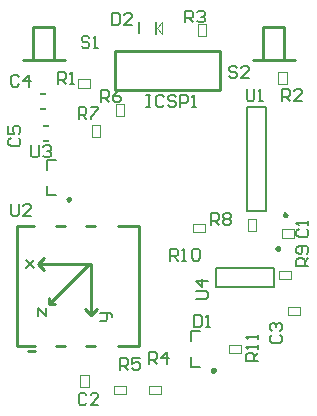
<source format=gto>
%FSTAX23Y23*%
%MOIN*%
%SFA1B1*%

%IPPOS*%
%ADD20C,0.010000*%
%ADD27C,0.009840*%
%ADD28C,0.003940*%
%ADD29C,0.007870*%
%ADD30C,0.006000*%
%ADD31R,0.020000X0.010000*%
%LNsensorrig-1*%
%LPD*%
G54D20*
X-00224Y-00475D02*
Y-00305D01*
X-00244Y-00455D02*
X-00224Y-00475D01*
X-00229Y-00305D02*
X-00224D01*
X-00364Y-0044D02*
X-00359Y-00435D01*
X-00364Y-0044D02*
X-00344D01*
X-00364D02*
Y-0042D01*
X-00359Y-00435D02*
X-00229Y-00305D01*
X-00399D02*
X-00379Y-00285D01*
X-00399Y-00305D02*
X-00379Y-00325D01*
X-00224Y-00475D02*
X-00204Y-00455D01*
X-00399Y-00305D02*
X-00224D01*
X-00339Y-0058D02*
X-00309D01*
X-00469D02*
Y-0045D01*
Y-0031D02*
Y-0018D01*
X-00064Y-0058D02*
Y-0018D01*
X-00469Y-0045D02*
Y-0031D01*
Y-0058D02*
X-00409D01*
X-00134D02*
X-00064D01*
X-00339Y-0018D02*
X-00309D01*
X-00134D02*
X-00064D01*
X-00239D02*
X-00209D01*
X-00239Y-0058D02*
X-00209D01*
X-00439D02*
X-00429D01*
X-00434Y-00595D02*
X-00409D01*
X-00399Y-00305D02*
X-00224D01*
Y-00475D02*
X-00204Y-00455D01*
X-00399Y-00305D02*
X-00379Y-00325D01*
X-00399Y-00305D02*
X-00379Y-00285D01*
X-00359Y-00435D02*
X-00229Y-00305D01*
X-00364Y-0044D02*
Y-0042D01*
Y-0044D02*
X-00344D01*
X-00364D02*
X-00359Y-00435D01*
X-00229Y-00305D02*
X-00224D01*
Y-00475D02*
Y-00305D01*
X-00244Y-00455D02*
X-00224Y-00475D01*
X-00469Y-0018D02*
X-00414D01*
X-00143Y00404D02*
X00206D01*
X-00143Y00274D02*
X00206D01*
X-00143D02*
Y00404D01*
X00206Y00274D02*
Y00404D01*
X-00449Y00375D02*
X-00312D01*
X-00346D02*
Y00482D01*
X-00416D02*
X-00346D01*
X-00416Y00375D02*
Y00482D01*
X00351Y00375D02*
Y00482D01*
X00421*
Y00375D02*
Y00482D01*
X00317Y00375D02*
X00455D01*
G54D27*
X00428Y-00143D02*
D01*
X00428Y-00143*
X00428Y-00143*
X00428Y-00142*
X00427Y-00142*
X00427Y-00142*
X00427Y-00141*
X00427Y-00141*
X00427Y-00141*
X00427Y-0014*
X00426Y-0014*
X00426Y-0014*
X00426Y-0014*
X00426Y-00139*
X00425Y-00139*
X00425Y-00139*
X00425Y-00139*
X00425Y-00139*
X00424Y-00139*
X00424Y-00138*
X00424Y-00138*
X00423Y-00138*
X00423Y-00138*
X00423*
X00422Y-00138*
X00422Y-00138*
X00422Y-00138*
X00421Y-00139*
X00421Y-00139*
X00421Y-00139*
X0042Y-00139*
X0042Y-00139*
X0042Y-00139*
X00419Y-0014*
X00419Y-0014*
X00419Y-0014*
X00419Y-0014*
X00419Y-00141*
X00418Y-00141*
X00418Y-00141*
X00418Y-00142*
X00418Y-00142*
X00418Y-00142*
X00418Y-00143*
X00418Y-00143*
X00418Y-00143*
X00418Y-00144*
X00418Y-00144*
X00418Y-00144*
X00418Y-00145*
X00418Y-00145*
X00418Y-00145*
X00418Y-00146*
X00419Y-00146*
X00419Y-00146*
X00419Y-00146*
X00419Y-00147*
X00419Y-00147*
X0042Y-00147*
X0042Y-00147*
X0042Y-00147*
X00421Y-00148*
X00421Y-00148*
X00421Y-00148*
X00422Y-00148*
X00422Y-00148*
X00422Y-00148*
X00423Y-00148*
X00423*
X00423Y-00148*
X00424Y-00148*
X00424Y-00148*
X00424Y-00148*
X00425Y-00148*
X00425Y-00148*
X00425Y-00147*
X00425Y-00147*
X00426Y-00147*
X00426Y-00147*
X00426Y-00147*
X00426Y-00146*
X00427Y-00146*
X00427Y-00146*
X00427Y-00146*
X00427Y-00145*
X00427Y-00145*
X00427Y-00145*
X00428Y-00144*
X00428Y-00144*
X00428Y-00144*
X00428Y-00143*
X-00293Y-0009D02*
D01*
X-00293Y-0009*
X-00293Y-00089*
X-00293Y-00089*
X-00293Y-00089*
X-00293Y-00088*
X-00293Y-00088*
X-00293Y-00088*
X-00294Y-00087*
X-00294Y-00087*
X-00294Y-00087*
X-00294Y-00087*
X-00294Y-00086*
X-00295Y-00086*
X-00295Y-00086*
X-00295Y-00086*
X-00296Y-00086*
X-00296Y-00085*
X-00296Y-00085*
X-00297Y-00085*
X-00297Y-00085*
X-00297Y-00085*
X-00298Y-00085*
X-00298*
X-00298Y-00085*
X-00299Y-00085*
X-00299Y-00085*
X-00299Y-00085*
X-003Y-00085*
X-003Y-00086*
X-003Y-00086*
X-003Y-00086*
X-00301Y-00086*
X-00301Y-00086*
X-00301Y-00087*
X-00301Y-00087*
X-00302Y-00087*
X-00302Y-00087*
X-00302Y-00088*
X-00302Y-00088*
X-00302Y-00088*
X-00302Y-00089*
X-00303Y-00089*
X-00303Y-00089*
X-00303Y-0009*
X-00303Y-0009*
X-00303Y-0009*
X-00303Y-00091*
X-00303Y-00091*
X-00302Y-00091*
X-00302Y-00092*
X-00302Y-00092*
X-00302Y-00092*
X-00302Y-00093*
X-00302Y-00093*
X-00301Y-00093*
X-00301Y-00093*
X-00301Y-00094*
X-00301Y-00094*
X-003Y-00094*
X-003Y-00094*
X-003Y-00094*
X-003Y-00095*
X-00299Y-00095*
X-00299Y-00095*
X-00299Y-00095*
X-00298Y-00095*
X-00298Y-00095*
X-00298*
X-00297Y-00095*
X-00297Y-00095*
X-00297Y-00095*
X-00296Y-00095*
X-00296Y-00095*
X-00296Y-00094*
X-00295Y-00094*
X-00295Y-00094*
X-00295Y-00094*
X-00294Y-00094*
X-00294Y-00093*
X-00294Y-00093*
X-00294Y-00093*
X-00294Y-00093*
X-00293Y-00092*
X-00293Y-00092*
X-00293Y-00092*
X-00293Y-00091*
X-00293Y-00091*
X-00293Y-00091*
X-00293Y-0009*
X-00293Y-0009*
X00404Y-00255D02*
D01*
X00404Y-00255*
X00404Y-00255*
X00404Y-00254*
X00404Y-00254*
X00404Y-00254*
X00404Y-00253*
X00403Y-00253*
X00403Y-00253*
X00403Y-00253*
X00403Y-00252*
X00403Y-00252*
X00402Y-00252*
X00402Y-00252*
X00402Y-00251*
X00402Y-00251*
X00401Y-00251*
X00401Y-00251*
X00401Y-00251*
X004Y-00251*
X004Y-00251*
X004Y-00251*
X00399Y-0025*
X00399*
X00399Y-00251*
X00398Y-00251*
X00398Y-00251*
X00398Y-00251*
X00397Y-00251*
X00397Y-00251*
X00397Y-00251*
X00396Y-00251*
X00396Y-00252*
X00396Y-00252*
X00396Y-00252*
X00395Y-00252*
X00395Y-00253*
X00395Y-00253*
X00395Y-00253*
X00395Y-00253*
X00394Y-00254*
X00394Y-00254*
X00394Y-00254*
X00394Y-00255*
X00394Y-00255*
X00394Y-00255*
X00394Y-00256*
X00394Y-00256*
X00394Y-00256*
X00394Y-00257*
X00394Y-00257*
X00395Y-00257*
X00395Y-00258*
X00395Y-00258*
X00395Y-00258*
X00395Y-00259*
X00396Y-00259*
X00396Y-00259*
X00396Y-00259*
X00396Y-00259*
X00397Y-0026*
X00397Y-0026*
X00397Y-0026*
X00398Y-0026*
X00398Y-0026*
X00398Y-0026*
X00399Y-0026*
X00399Y-0026*
X00399*
X004Y-0026*
X004Y-0026*
X004Y-0026*
X00401Y-0026*
X00401Y-0026*
X00401Y-0026*
X00402Y-0026*
X00402Y-00259*
X00402Y-00259*
X00402Y-00259*
X00403Y-00259*
X00403Y-00259*
X00403Y-00258*
X00403Y-00258*
X00403Y-00258*
X00404Y-00257*
X00404Y-00257*
X00404Y-00257*
X00404Y-00256*
X00404Y-00256*
X00404Y-00256*
X00404Y-00255*
X00188Y-00661D02*
D01*
X00188Y-00661*
X00188Y-0066*
X00188Y-0066*
X00188Y-0066*
X00188Y-00659*
X00188Y-00659*
X00188Y-00659*
X00188Y-00658*
X00188Y-00658*
X00187Y-00658*
X00187Y-00658*
X00187Y-00657*
X00187Y-00657*
X00186Y-00657*
X00186Y-00657*
X00186Y-00656*
X00185Y-00656*
X00185Y-00656*
X00185Y-00656*
X00184Y-00656*
X00184Y-00656*
X00184Y-00656*
X00183*
X00183Y-00656*
X00183Y-00656*
X00182Y-00656*
X00182Y-00656*
X00182Y-00656*
X00181Y-00656*
X00181Y-00657*
X00181Y-00657*
X00181Y-00657*
X0018Y-00657*
X0018Y-00658*
X0018Y-00658*
X0018Y-00658*
X00179Y-00658*
X00179Y-00659*
X00179Y-00659*
X00179Y-00659*
X00179Y-0066*
X00179Y-0066*
X00179Y-0066*
X00179Y-00661*
X00179Y-00661*
X00179Y-00661*
X00179Y-00662*
X00179Y-00662*
X00179Y-00662*
X00179Y-00663*
X00179Y-00663*
X00179Y-00663*
X00179Y-00664*
X0018Y-00664*
X0018Y-00664*
X0018Y-00664*
X0018Y-00665*
X00181Y-00665*
X00181Y-00665*
X00181Y-00665*
X00181Y-00665*
X00182Y-00665*
X00182Y-00666*
X00182Y-00666*
X00183Y-00666*
X00183Y-00666*
X00183Y-00666*
X00184*
X00184Y-00666*
X00184Y-00666*
X00185Y-00666*
X00185Y-00666*
X00185Y-00665*
X00186Y-00665*
X00186Y-00665*
X00186Y-00665*
X00187Y-00665*
X00187Y-00665*
X00187Y-00664*
X00187Y-00664*
X00188Y-00664*
X00188Y-00664*
X00188Y-00663*
X00188Y-00663*
X00188Y-00663*
X00188Y-00662*
X00188Y-00662*
X00188Y-00662*
X00188Y-00661*
X00188Y-00661*
G54D28*
X-00029Y-00741D02*
Y-00713D01*
X0001Y-00741D02*
Y-00713D01*
X-00029Y-00741D02*
X0001D01*
X-00029Y-00713D02*
X0001D01*
X00401Y00335D02*
X00429D01*
X00401Y00295D02*
X00429D01*
X00401D02*
Y00335D01*
X00429Y00295D02*
Y00335D01*
X00132Y00452D02*
X0016D01*
X00132Y00492D02*
X0016D01*
Y00452D02*
Y00492D01*
X00132Y00452D02*
Y00492D01*
X-00004Y0048D02*
X00014Y005D01*
Y0046D02*
Y005D01*
X-00004Y00479D02*
X00014Y0046D01*
X-00006D02*
Y005D01*
X-00012Y0046D02*
Y005D01*
Y0046D02*
X-00006D01*
X-00012Y005D02*
X-00006D01*
X-00142Y00186D02*
X-00114D01*
X-00142Y00226D02*
X-00114D01*
Y00186D02*
Y00226D01*
X-00142Y00186D02*
Y00226D01*
X-00221Y00117D02*
X-00193D01*
X-00221Y00157D02*
X-00193D01*
Y00117D02*
Y00157D01*
X-00221Y00117D02*
Y00157D01*
X-00266Y00281D02*
Y0031D01*
X-00226Y00281D02*
Y0031D01*
X-00266Y00281D02*
X-00226D01*
X-00266Y0031D02*
X-00226D01*
X00299Y-00197D02*
X00327D01*
X00299Y-00157D02*
X00327D01*
Y-00197D02*
Y-00157D01*
X00299Y-00197D02*
Y-00157D01*
X00157Y-00201D02*
Y-00173D01*
X00117Y-00201D02*
Y-00173D01*
X00157*
X00117Y-00201D02*
X00157D01*
X00403Y-00357D02*
Y-00329D01*
X00443Y-00357D02*
Y-00329D01*
X00403Y-00357D02*
X00443D01*
X00403Y-00329D02*
X00443D01*
X00472Y-00477D02*
Y-00449D01*
X00432Y-00477D02*
Y-00449D01*
X00472*
X00432Y-00477D02*
X00472D01*
X00235Y-00603D02*
Y-00575D01*
X00275Y-00603D02*
Y-00575D01*
X00235Y-00603D02*
X00275D01*
X00235Y-00575D02*
X00275D01*
X-00259Y-00678D02*
X-00231D01*
X-00259Y-00718D02*
X-00231D01*
X-00259D02*
Y-00678D01*
X-00231Y-00718D02*
Y-00678D01*
X-00148Y-00741D02*
Y-00713D01*
X-00108Y-00741D02*
Y-00713D01*
X-00148Y-00741D02*
X-00108D01*
X-00148Y-00713D02*
X-00108D01*
X00412Y-0022D02*
Y-00191D01*
X00452Y-0022D02*
Y-00191D01*
X00412Y-0022D02*
X00452D01*
X00412Y-00191D02*
X00452D01*
G54D29*
X-00063Y00463D02*
Y00499D01*
X00358Y-0013D02*
Y00216D01*
X00295Y-0013D02*
Y00216D01*
Y-0013D02*
X00358D01*
X00295Y00216D02*
X00358D01*
X-00372Y-00078D02*
X-0034D01*
X-00372D02*
Y-00047D01*
Y00039D02*
X-0034D01*
X-00372Y00007D02*
Y00039D01*
X00194Y-00383D02*
Y-0032D01*
X00386Y-00383D02*
Y-0032D01*
X00194Y-00383D02*
X00386D01*
X00194Y-0032D02*
X00386D01*
X0011Y-00649D02*
X00141D01*
X0011D02*
Y-00618D01*
Y-00531D02*
X00141D01*
X0011Y-00562D02*
Y-00531D01*
X-004Y-0048D02*
Y-00454D01*
X-00374Y-0048*
Y-00454*
X-00195Y-00495D02*
X-00175D01*
X-00169Y-00489*
Y-00469*
X-00162*
X-00155Y-00476*
Y-00482*
X-00169Y-00469D02*
X-00195D01*
X-00439Y-0032D02*
X-00413Y-00294D01*
X-00426Y-00307*
X-00439Y-00294*
X-00413Y-0032*
X-00439D02*
X-00413Y-00294D01*
X-00426Y-00307*
X-00439Y-00294*
X-00413Y-0032*
X-00195Y-00495D02*
X-00175D01*
X-00169Y-00489*
Y-00469*
X-00162*
X-00155Y-00476*
Y-00482*
X-00169Y-00469D02*
X-00195D01*
X-004Y-0048D02*
Y-00454D01*
X-00374Y-0048*
Y-00454*
G54D30*
X-00492Y-00107D02*
Y-0014D01*
X-00485Y-00147*
X-00472*
X-00465Y-0014*
Y-00107*
X-00425Y-00147D02*
X-00452D01*
X-00425Y-0012*
Y-00114*
X-00432Y-00107*
X-00445*
X-00452Y-00114*
X00262Y00348D02*
X00256Y00354D01*
X00242*
X00236Y00348*
Y00341*
X00242Y00334*
X00256*
X00262Y00328*
Y00321*
X00256Y00314*
X00242*
X00236Y00321*
X00302Y00314D02*
X00276D01*
X00302Y00341*
Y00348*
X00296Y00354*
X00282*
X00276Y00348*
X-00229Y00446D02*
X-00235Y00453D01*
X-00249*
X-00255Y00446*
Y0044*
X-00249Y00433*
X-00235*
X-00229Y00426*
Y0042*
X-00235Y00413*
X-00249*
X-00255Y0042*
X-00215Y00413D02*
X-00202D01*
X-00209*
Y00453*
X-00215Y00446*
X00127Y-00423D02*
X0016D01*
X00167Y-00416*
Y-00403*
X0016Y-00396*
X00127*
X00167Y-00363D02*
X00127D01*
X00147Y-00383*
Y-00356*
X-00423Y00089D02*
Y00055D01*
X-00416Y00049*
X-00403*
X-00396Y00055*
Y00089*
X-00383Y00082D02*
X-00376Y00089D01*
X-00363*
X-00356Y00082*
Y00075*
X-00363Y00069*
X-00369*
X-00363*
X-00356Y00062*
Y00055*
X-00363Y00049*
X-00376*
X-00383Y00055*
X00295Y00276D02*
Y00242D01*
X00301Y00236*
X00315*
X00321Y00242*
Y00276*
X00335Y00236D02*
X00348D01*
X00341*
Y00276*
X00335Y00269*
X00119Y-00477D02*
Y-00517D01*
X00139*
X00145Y-00511*
Y-00484*
X00139Y-00477*
X00119*
X00159Y-00517D02*
X00172D01*
X00165*
Y-00477*
X00159Y-00484*
X00468Y-00189D02*
X00461Y-00196D01*
Y-00209*
X00468Y-00216*
X00495*
X00501Y-00209*
Y-00196*
X00495Y-00189*
X00501Y-00176D02*
Y-00163D01*
Y-00169*
X00461*
X00468Y-00176*
X-00239Y-00744D02*
X-00245Y-00737D01*
X-00259*
X-00265Y-00744*
Y-0077*
X-00259Y-00777*
X-00245*
X-00239Y-0077*
X-00199Y-00777D02*
X-00225D01*
X-00199Y-0075*
Y-00744*
X-00205Y-00737*
X-00219*
X-00225Y-00744*
X0038Y-00544D02*
X00373Y-0055D01*
Y-00564*
X0038Y-0057*
X00406*
X00413Y-00564*
Y-0055*
X00406Y-00544*
X0038Y-0053D02*
X00373Y-00524D01*
Y-0051*
X0038Y-00504*
X00386*
X00393Y-0051*
Y-00517*
Y-0051*
X004Y-00504*
X00406*
X00413Y-0051*
Y-00524*
X00406Y-0053*
X-00492Y00114D02*
X-00499Y00107D01*
Y00094*
X-00492Y00087*
X-00465*
X-00459Y00094*
Y00107*
X-00465Y00114*
X-00499Y00154D02*
Y00127D01*
X-00479*
X-00485Y00141*
Y00147*
X-00479Y00154*
X-00465*
X-00459Y00147*
Y00134*
X-00465Y00127*
X-00465Y00318D02*
X-00472Y00325D01*
X-00485*
X-00492Y00318*
Y00292*
X-00485Y00285*
X-00472*
X-00465Y00292*
X-00432Y00285D02*
Y00325D01*
X-00452Y00305*
X-00425*
X-00155Y0053D02*
Y0049D01*
X-00135*
X-00128Y00496*
Y00523*
X-00135Y0053*
X-00155*
X-00088Y0049D02*
X-00115D01*
X-00088Y00516*
Y00523*
X-00095Y0053*
X-00108*
X-00115Y00523*
X-00039Y00256D02*
X-00026D01*
X-00032*
Y00216*
X-00039*
X-00026*
X0002Y00249D02*
X00013Y00256D01*
X0*
X-00006Y00249*
Y00223*
X0Y00216*
X00013*
X0002Y00223*
X0006Y00249D02*
X00053Y00256D01*
X0004*
X00033Y00249*
Y00243*
X0004Y00236*
X00053*
X0006Y00229*
Y00223*
X00053Y00216*
X0004*
X00033Y00223*
X00073Y00216D02*
Y00256D01*
X00093*
X001Y00249*
Y00236*
X00093Y00229*
X00073*
X00113Y00216D02*
X00127D01*
X0012*
Y00256*
X00113Y00249*
X00413Y00236D02*
Y00276D01*
X00433*
X0044Y00269*
Y00256*
X00433Y00249*
X00413*
X00426D02*
X0044Y00236D01*
X0048D02*
X00453D01*
X0048Y00262*
Y00269*
X00473Y00276*
X0046*
X00453Y00269*
X-00334Y00295D02*
Y00335D01*
X-00314*
X-00307Y00328*
Y00315*
X-00314Y00308*
X-00334*
X-00321D02*
X-00307Y00295D01*
X-00294D02*
X-00281D01*
X-00287*
Y00335*
X-00294Y00328*
X00091Y00499D02*
Y00538D01*
X0011*
X00117Y00532*
Y00518*
X0011Y00512*
X00091*
X00104D02*
X00117Y00499D01*
X0013Y00532D02*
X00137Y00538D01*
X0015*
X00157Y00532*
Y00525*
X0015Y00518*
X00144*
X0015*
X00157Y00512*
Y00505*
X0015Y00499*
X00137*
X0013Y00505*
X-00031Y-0064D02*
Y-006D01*
X-00011*
X-00004Y-00607*
Y-0062*
X-00011Y-00627*
X-00031*
X-00017D02*
X-00004Y-0064D01*
X00028D02*
Y-006D01*
X00008Y-0062*
X00035*
X-00127Y-00659D02*
Y-00619D01*
X-00107*
X-00101Y-00626*
Y-00639*
X-00107Y-00646*
X-00127*
X-00114D02*
X-00101Y-00659D01*
X-00061Y-00619D02*
X-00087D01*
Y-00639*
X-00074Y-00632*
X-00067*
X-00061Y-00639*
Y-00652*
X-00067Y-00659*
X-00081*
X-00087Y-00652*
X-00191Y00233D02*
Y00273D01*
X-00171*
X-00165Y00266*
Y00253*
X-00171Y00246*
X-00191*
X-00178D02*
X-00165Y00233D01*
X-00125Y00273D02*
X-00138Y00266D01*
X-00151Y00253*
Y00239*
X-00145Y00233*
X-00131*
X-00125Y00239*
Y00246*
X-00131Y00253*
X-00151*
X-00265Y00177D02*
Y00217D01*
X-00245*
X-00239Y0021*
Y00197*
X-00245Y0019*
X-00265*
X-00252D02*
X-00239Y00177D01*
X-00225Y00217D02*
X-00199D01*
Y0021*
X-00225Y00183*
Y00177*
X00177Y-00177D02*
Y-00137D01*
X00197*
X00203Y-00143*
Y-00157*
X00197Y-00163*
X00177*
X0019D02*
X00203Y-00177D01*
X00217Y-00143D02*
X00223Y-00137D01*
X00237*
X00243Y-00143*
Y-0015*
X00237Y-00157*
X00243Y-00163*
Y-0017*
X00237Y-00177*
X00223*
X00217Y-0017*
Y-00163*
X00223Y-00157*
X00217Y-0015*
Y-00143*
X00223Y-00157D02*
X00237D01*
X00501Y-00314D02*
X00461D01*
Y-00294*
X00468Y-00288*
X00481*
X00488Y-00294*
Y-00314*
Y-00301D02*
X00501Y-00288D01*
X00495Y-00274D02*
X00501Y-00268D01*
Y-00254*
X00495Y-00248*
X00468*
X00461Y-00254*
Y-00268*
X00468Y-00274*
X00475*
X00481Y-00268*
Y-00248*
X00039Y-00295D02*
Y-00255D01*
X00059*
X00066Y-00261*
Y-00275*
X00059Y-00281*
X00039*
X00052D02*
X00066Y-00295D01*
X00079D02*
X00092D01*
X00086*
Y-00255*
X00079Y-00261*
X00112D02*
X00119Y-00255D01*
X00132*
X00139Y-00261*
Y-00288*
X00132Y-00295*
X00119*
X00112Y-00288*
Y-00261*
X00334Y-00629D02*
X00294D01*
Y-00609*
X00301Y-00603*
X00314*
X00321Y-00609*
Y-00629*
Y-00616D02*
X00334Y-00603D01*
Y-00589D02*
Y-00576D01*
Y-00583*
X00294*
X00301Y-00589*
X00334Y-00556D02*
Y-00543D01*
Y-00549*
X00294*
X00301Y-00556*
G54D31*
X-00374Y00102D03*
Y00152D03*
X-00383Y00211D03*
Y00261D03*
M02*
</source>
